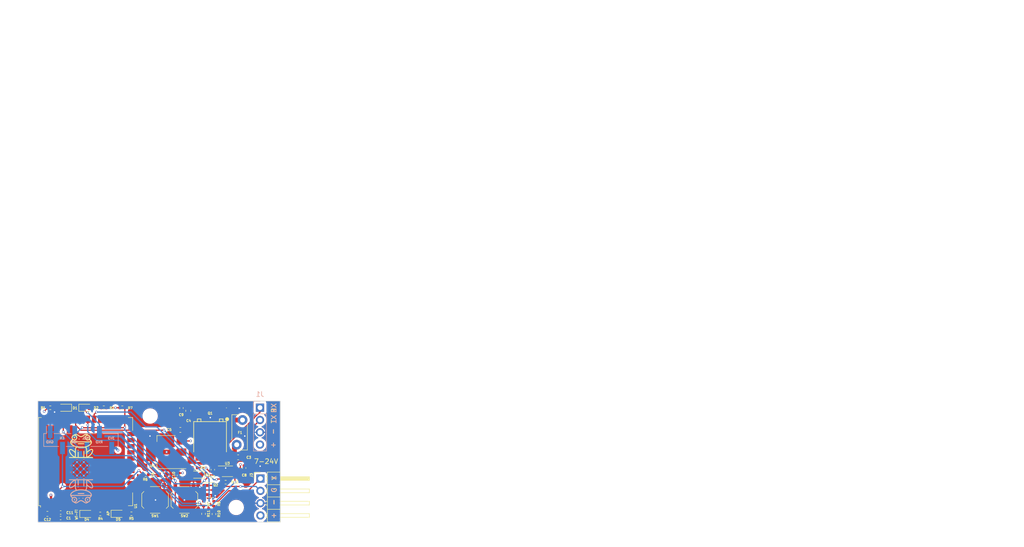
<source format=kicad_pcb>
(kicad_pcb (version 20221018) (generator pcbnew)
  (title_block (title "ESP32 IP Relay") (date "2023-09-25") (rev "1.0") (company "Heems") (comment 1 "Wolfshotts, ShirkyBooi"))
  (layers (0 "F.Cu" signal) (1 "In1.Cu" power) (2 "In2.Cu" power) (31 "B.Cu" signal) (34 "B.Paste" user) (35 "F.Paste" user) (36 "B.SilkS" user "B.Silkscreen") (37 "F.SilkS" user "F.Silkscreen") (38 "B.Mask" user) (39 "F.Mask" user) (44 "Edge.Cuts" user))
  (net 0 "")
  (net 1 "GND")
  (net 10 "Net-(Q1-IN)")
  (net 11 "DSC_YELLOW")
  (net 24 "DSC_GREEN")
  (net 25 "Net-(Q2-B)")
  (net 27 "DSC_CLOCK")
  (net 28 "RX_ESP")
  (net 29 "TX_ESP")
  (net 32 "RX_OUT")
  (net 33 "+3V3")
  (net 34 "DSC_READ")
  (net 35 "DSC_WRITE")
  (net 36 "TX_OUT")
  (net 37 "+BATT")
  (net 38 "Net-(D1-A)")
  (net 39 "Net-(D2-A)")
  (net 40 "Net-(D3-A)")
  (net 41 "Net-(D4-A)")
  (net 42 "Net-(D5-A)")
  (net 43 "WIFI_STATUS")
  (net 44 "AP_STATUS")
  (net 45 "+5V")
  (net 46 "EN")
  (net 47 "IO0")
  (footprint "Images:frog" (layer "F.Cu") (at 84.01 108.302)
    (fp_text reference "G***" hide)
    (fp_text value "LOGO" hide)
  )
  (footprint "Capacitor_SMD:C_0402_1005Metric" (layer "F.Cu") (at 104.203 114.398 -90)
    (fp_text reference "C10" (at -0.04 1.07 -90) (layer "F.SilkS") (effects (font (size 0.5 0.5))))
    (fp_text value "100nF")
    (pad "1" smd roundrect (at -0.48 0 270) (size 0.56 0.62) (layers "F.Cu" "F.Paste" "F.Mask") (net 33 "+3V3"))
    (pad "2" smd roundrect (at 0.48 0 270) (size 0.56 0.62) (layers "F.Cu" "F.Paste" "F.Mask") (net 1 "GND"))
  )
  (footprint "Resistor_SMD:R_0402_1005Metric" (layer "F.Cu") (at 111.43 120.25 -90)
    (fp_text reference "R8" (at 0.01 -1.04 90) (layer "F.SilkS") (effects (font (size 0.5 0.5))))
    (fp_text value "33K")
    (pad "1" smd roundrect (at -0.51 0 270) (size 0.54 0.64) (layers "F.Cu" "F.Paste" "F.Mask") (net 11 "DSC_YELLOW"))
    (pad "2" smd roundrect (at 0.51 0 270) (size 0.54 0.64) (layers "F.Cu" "F.Paste" "F.Mask") (net 27 "DSC_CLOCK"))
  )
  (footprint "Capacitor_SMD:C_0603_1608Metric" (layer "F.Cu") (at 104.5 105 180)
    (fp_text reference "C5" (at 2.3 0.04) (layer "F.SilkS") (effects (font (size 0.5 0.5))))
    (fp_text value "10uF")
    (pad "1" smd roundrect (at -0.775 0 180) (size 0.9 0.95) (layers "F.Cu" "F.Paste" "F.Mask") (net 45 "+5V"))
    (pad "2" smd roundrect (at 0.775 0 180) (size 0.9 0.95) (layers "F.Cu" "F.Paste" "F.Mask") (net 1 "GND"))
  )
  (footprint "Capacitor_SMD:C_0603_1608Metric" (layer "F.Cu") (at 106.13 101.06 -90)
    (fp_text reference "C4" (at 2.05 -0.08 -180) (layer "F.SilkS") (effects (font (size 0.5 0.5))))
    (fp_text value "10uF")
    (pad "1" smd roundrect (at -0.775 0 270) (size 0.9 0.95) (layers "F.Cu" "F.Paste" "F.Mask") (net 45 "+5V"))
    (pad "2" smd roundrect (at 0.775 0 270) (size 0.9 0.95) (layers "F.Cu" "F.Paste" "F.Mask") (net 1 "GND"))
  )
  (footprint "LED_SMD:LED_0603_1608Metric" (layer "F.Cu") (at 85.026 100.428)
    (fp_text reference "D2" (at 2.09 0.01) (layer "F.SilkS") (effects (font (size 0.5 0.5))))
    (fp_text value "LED")
    (pad "1" smd roundrect (at -0.7875 0) (size 0.875 0.95) (layers "F.Cu" "F.Paste" "F.Mask") (net 28 "RX_ESP"))
    (pad "2" smd roundrect (at 0.7875 0) (size 0.875 0.95) (layers "F.Cu" "F.Paste" "F.Mask") (net 39 "Net-(D2-A)"))
  )
  (footprint "RF_Module:ESP32-WROOM-32UE" (layer "F.Cu") (at 84.95 111.55 90)
    (fp_text reference "U1" (at -9.17 10.32 90 unlocked) (layer "F.SilkS") (effects (font (size 0.5 0.5) (thickness 0.125))))
    (fp_text value "ESP32-WROOM-32U")
    (pad "1" smd rect (at -8.75 -8.41 90) (size 1.5 0.9) (layers "F.Cu" "F.Paste" "F.Mask") (net 1 "GND"))
    (pad "2" smd rect (at -8.75 -7.14 90) (size 1.5 0.9) (layers "F.Cu" "F.Paste" "F.Mask") (net 33 "+3V3"))
    (pad "3" smd rect (at -8.75 -5.87 90) (size 1.5 0.9) (layers "F.Cu" "F.Paste" "F.Mask") (net 46 "EN"))
    (pad "4" smd rect (at -8.75 -4.6 90) (size 1.5 0.9) (layers "F.Cu" "F.Paste" "F.Mask"))
    (pad "5" smd rect (at -8.75 -3.33 90) (size 1.5 0.9) (layers "F.Cu" "F.Paste" "F.Mask"))
    (pad "6" smd rect (at -8.75 -2.06 90) (size 1.5 0.9) (layers "F.Cu" "F.Paste" "F.Mask"))
    (pad "7" smd rect (at -8.75 -0.79 90) (size 1.5 0.9) (layers "F.Cu" "F.Paste" "F.Mask"))
    (pad "8" smd rect (at -8.75 0.48 90) (size 1.5 0.9) (layers "F.Cu" "F.Paste" "F.Mask"))
    (pad "9" smd rect (at -8.75 1.75 90) (size 1.5 0.9) (layers "F.Cu" "F.Paste" "F.Mask"))
    (pad "10" smd rect (at -8.75 3.02 90) (size 1.5 0.9) (layers "F.Cu" "F.Paste" "F.Mask"))
    (pad "11" smd rect (at -8.75 4.29 90) (size 1.5 0.9) (layers "F.Cu" "F.Paste" "F.Mask") (net 43 "WIFI_STATUS"))
    (pad "12" smd rect (at -8.75 5.56 90) (size 1.5 0.9) (layers "F.Cu" "F.Paste" "F.Mask"))
    (pad "13" smd rect (at -8.75 6.83 90) (size 1.5 0.9) (layers "F.Cu" "F.Paste" "F.Mask"))
    (pad "14" smd rect (at -8.75 8.1 90) (size 1.5 0.9) (layers "F.Cu" "F.Paste" "F.Mask") (net 44 "AP_STATUS"))
    (pad "15" smd rect (at -5.715 9.35 180) (size 1.5 0.9) (layers "F.Cu" "F.Paste" "F.Mask") (net 1 "GND"))
    (pad "16" smd rect (at -4.445 9.35 180) (size 1.5 0.9) (layers "F.Cu" "F.Paste" "F.Mask"))
    (pad "17" smd rect (at -3.175 9.35 180) (size 1.5 0.9) (layers "F.Cu" "F.Paste" "F.Mask"))
    (pad "18" smd rect (at -1.905 9.35 180) (size 1.5 0.9) (layers "F.Cu" "F.Paste" "F.Mask"))
    (pad "19" smd rect (at -0.635 9.35 180) (size 1.5 0.9) (layers "F.Cu" "F.Paste" "F.Mask"))
    (pad "20" smd rect (at 0.635 9.35 180) (size 1.5 0.9) (layers "F.Cu" "F.Paste" "F.Mask"))
    (pad "21" smd rect (at 1.905 9.35 180) (size 1.5 0.9) (layers "F.Cu" "F.Paste" "F.Mask"))
    (pad "22" smd rect (at 3.175 9.35 180) (size 1.5 0.9) (layers "F.Cu" "F.Paste" "F.Mask"))
    (pad "23" smd rect (at 4.445 9.35 180) (size 1.5 0.9) (layers "F.Cu" "F.Paste" "F.Mask"))
    (pad "24" smd rect (at 5.715 9.35 180) (size 1.5 0.9) (layers "F.Cu" "F.Paste" "F.Mask"))
    (pad "25" smd rect (at 8.75 8.1 90) (size 1.5 0.9) (layers "F.Cu" "F.Paste" "F.Mask") (net 47 "IO0"))
    (pad "26" smd rect (at 8.75 6.83 90) (size 1.5 0.9) (layers "F.Cu" "F.Paste" "F.Mask"))
    (pad "27" smd rect (at 8.75 5.56 90) (size 1.5 0.9) (layers "F.Cu" "F.Paste" "F.Mask"))
    (pad "28" smd rect (at 8.75 4.29 90) (size 1.5 0.9) (layers "F.Cu" "F.Paste" "F.Mask"))
    (pad "29" smd rect (at 8.75 3.02 90) (size 1.5 0.9) (layers "F.Cu" "F.Paste" "F.Mask"))
    (pad "30" smd rect (at 8.75 1.75 90) (size 1.5 0.9) (layers "F.Cu" "F.Paste" "F.Mask") (net 27 "DSC_CLOCK"))
    (pad "31" smd rect (at 8.75 0.48 90) (size 1.5 0.9) (layers "F.Cu" "F.Paste" "F.Mask") (net 34 "DSC_READ"))
    (pad "32" smd rect (at 8.75 -0.79 90) (size 1.5 0.9) (layers "F.Cu" "F.Paste" "F.Mask"))
    (pad "33" smd rect (at 8.75 -2.06 90) (size 1.5 0.9) (layers "F.Cu" "F.Paste" "F.Mask") (net 35 "DSC_WRITE"))
    (pad "34" smd rect (at 8.75 -3.33 90) (size 1.5 0.9) (layers "F.Cu" "F.Paste" "F.Mask") (net 28 "RX_ESP"))
    (pad "35" smd rect (at 8.75 -4.6 90) (size 1.5 0.9) (layers "F.Cu" "F.Paste" "F.Mask") (net 29 "TX_ESP"))
    (pad "36" smd rect (at 8.75 -5.87 90) (size 1.5 0.9) (layers "F.Cu" "F.Paste" "F.Mask"))
    (pad "37" smd rect (at 8.75 -7.14 90) (size 1.5 0.9) (layers "F.Cu" "F.Paste" "F.Mask"))
    (pad "38" smd rect (at 8.75 -8.41 90) (size 1.5 0.9) (layers "F.Cu" "F.Paste" "F.Mask") (net 1 "GND"))
    (pad "39" smd rect (at -2.9 -2.47 90) (size 0.9 0.9) (layers "F.Cu" "F.Paste") (net 1 "GND"))
    (pad "39" thru_hole circle (at -2.9 -1.77 90) (size 0.6 0.6) (drill 0.2) (property pad_prop_heatsink) (layers "*.Cu" "F.Mask") (net 1 "GND"))
    (pad "39" smd rect (at -2.9 -1.07 90) (size 0.9 0.9) (layers "F.Cu" "F.Paste") (net 1 "GND"))
    (pad "39" thru_hole circle (at -2.9 -0.37 90) (size 0.6 0.6) (drill 0.2) (property pad_prop_heatsink) (layers "*.Cu" "F.Mask") (net 1 "GND"))
    (pad "39" smd rect (at -2.9 0.33 90) (size 0.9 0.9) (layers "F.Cu" "F.Paste") (net 1 "GND"))
    (pad "39" thru_hole circle (at -2.2 -2.47 90) (size 0.6 0.6) (drill 0.2) (property pad_prop_heatsink) (layers "*.Cu" "F.Mask") (net 1 "GND"))
    (pad "39" thru_hole circle (at -2.2 -1.07 90) (size 0.6 0.6) (drill 0.2) (property pad_prop_heatsink) (layers "*.Cu" "F.Mask") (net 1 "GND"))
    (pad "39" thru_hole circle (at -2.2 0.33 90) (size 0.6 0.6) (drill 0.2) (property pad_prop_heatsink) (layers "*.Cu" "F.Mask") (net 1 "GND"))
    (pad "39" smd rect (at -1.5 -2.47 90) (size 0.9 0.9) (layers "F.Cu" "F.Paste") (net 1 "GND"))
    (pad "39" thru_hole circle (at -1.5 -1.77 90) (size 0.6 0.6) (drill 0.2) (property pad_prop_heatsink) (layers "*.Cu" "F.Mask") (net 1 "GND"))
    (pad "39" smd rect (at -1.5 -1.07 90) (size 0.9 0.9) (layers "F.Cu" "F.Paste") (net 1 "GND"))
    (pad "39" smd rect (at -1.5 -1.07 90) (size 3.8 3.8) (layers "F.Cu" "F.Mask") (net 1 "GND"))
    (pad "39" thru_hole circle (at -1.5 -0.37 90) (size 0.6 0.6) (drill 0.2) (property pad_prop_heatsink) (layers "*.Cu" "F.Mask") (net 1 "GND"))
    (pad "39" smd rect (at -1.5 0.33 90) (size 0.9 0.9) (layers "F.Cu" "F.Paste") (net 1 "GND"))
    (pad "39" thru_hole circle (at -0.8 -2.47 90) (size 0.6 0.6) (drill 0.2) (property pad_prop_heatsink) (layers "*.Cu" "F.Mask") (net 1 "GND"))
    (pad "39" thru_hole circle (at -0.8 -1.07 90) (size 0.6 0.6) (drill 0.2) (property pad_prop_heatsink) (layers "*.Cu" "F.Mask") (net 1 "GND"))
    (pad "39" thru_hole circle (at -0.8 0.33 90) (size 0.6 0.6) (drill 0.2) (property pad_prop_heatsink) (layers "*.Cu" "F.Mask") (net 1 "GND"))
    (pad "39" smd rect (at -0.1 -2.47 90) (size 0.9 0.9) (layers "F.Cu" "F.Paste") (net 1 "GND"))
    (pad "39" thru_hole circle (at -0.1 -1.77 90) (size 0.6 0.6) (drill 0.2) (property pad_prop_heatsink) (layers "*.Cu" "F.Mask") (net 1 "GND"))
    (pad "39" smd rect (at -0.1 -1.07 90) (size 0.9 0.9) (layers "F.Cu" "F.Paste") (net 1 "GND"))
    (pad "39" thru_hole circle (at -0.1 -0.37 90) (size 0.6 0.6) (drill 0.2) (property pad_prop_heatsink) (layers "*.Cu" "F.Mask") (net 1 "GND"))
    (pad "39" smd rect (at -0.1 0.33 90) (size 0.9 0.9) (layers "F.Cu" "F.Paste") (net 1 "GND"))
  )
  (footprint "Resistor_SMD:R_0402_1005Metric" (layer "F.Cu") (at 107.465 112.82 180)
    (fp_text reference "R3" (at -1.66 0.02) (layer "F.SilkS") (effects (font (size 0.5 0.5))))
    (fp_text value "1K")
    (pad "1" smd roundrect (at -0.51 0 180) (size 0.54 0.64) (layers "F.Cu" "F.Paste" "F.Mask") (net 33 "+3V3"))
    (pad "2" smd roundrect (at 0.51 0 180) (size 0.54 0.64) (layers "F.Cu" "F.Paste" "F.Mask") (net 40 "Net-(D3-A)"))
  )
  (footprint "Capacitor_SMD:C_0402_1005Metric" (layer "F.Cu") (at 104.73 100.49 -90)
    (fp_text reference "C9" (at 1.4 0.05 -180) (layer "F.SilkS") (effects (font (size 0.5 0.5))))
    (fp_text value "100nF")
    (pad "1" smd roundrect (at -0.48 0 270) (size 0.56 0.62) (layers "F.Cu" "F.Paste" "F.Mask") (net 45 "+5V"))
    (pad "2" smd roundrect (at 0.48 0 270) (size 0.56 0.62) (layers "F.Cu" "F.Paste" "F.Mask") (net 1 "GND"))
  )
  (footprint "Capacitor_SMD:C_0402_1005Metric" (layer "F.Cu") (at 79.79 123.2)
    (fp_text reference "C1" (at 1.65 0.03) (layer "F.SilkS") (effects (font (size 0.5 0.5))))
    (fp_text value "100nF")
    (pad "1" smd roundrect (at -0.48 0) (size 0.56 0.62) (layers "F.Cu" "F.Paste" "F.Mask") (net 33 "+3V3"))
    (pad "2" smd roundrect (at 0.48 0) (size 0.56 0.62) (layers "F.Cu" "F.Paste" "F.Mask") (net 1 "GND"))
  )
  (footprint "Fuse:Fuse_Bourns_MF-RG300" (layer "F.Cu") (at 116.13 108.06 90)
    (fp_text reference "F1" (at 2.5 0.69 180) (layer "F.SilkS") (effects (font (size 0.5 0.5) (thickness 0.125))))
    (fp_text value "250V 80mA")
    (pad "1" thru_hole circle (at 0 0 90) (size 2.01 2.01) (drill 1.01) (layers "*.Cu" "*.Mask") (net 37 "+BATT"))
    (pad "2" thru_hole circle (at 5.1 1.2 90) (size 2.01 2.01) (drill 1.01) (layers "*.Cu" "*.Mask") (net 10 "Net-(Q1-IN)"))
  )
  (footprint "LED_SMD:LED_0603_1608Metric" (layer "F.Cu") (at 85.23 122.36)
    (fp_text reference "D4" (at -0.0325 1.15) (layer "F.SilkS") (effects (font (size 0.5 0.5))))
    (fp_text value "LED")
    (pad "1" smd roundrect (at -0.7875 0) (size 0.875 0.95) (layers "F.Cu" "F.Paste" "F.Mask") (net 1 "GND"))
    (pad "2" smd roundrect (at 0.7875 0) (size 0.875 0.95) (layers "F.Cu" "F.Paste" "F.Mask") (net 41 "Net-(D4-A)"))
  )
  (footprint "LED_SMD:LED_0603_1608Metric" (layer "F.Cu") (at 91.6925 122.33)
    (fp_text reference "D5" (at -0.01 1.16) (layer "F.SilkS") (effects (font (size 0.5 0.5))))
    (fp_text value "LED")
    (pad "1" smd roundrect (at -0.7875 0) (size 0.875 0.95) (layers "F.Cu" "F.Paste" "F.Mask") (net 1 "GND"))
    (pad "2" smd roundrect (at 0.7875 0) (size 0.875 0.95) (layers "F.Cu" "F.Paste" "F.Mask") (net 42 "Net-(D5-A)"))
  )
  (footprint "Capacitor_SMD:C_0402_1005Metric" (layer "F.Cu") (at 111.21 113.22 90)
    (fp_text reference "C7" (at -1.5 -0.04) (layer "F.SilkS") (effects (font (size 0.5 0.5))))
    (fp_text value "100nF")
    (pad "1" smd roundrect (at -0.48 0 90) (size 0.56 0.62) (layers "F.Cu" "F.Paste" "F.Mask") (net 33 "+3V3"))
    (pad "2" smd roundrect (at 0.48 0 90) (size 0.56 0.62) (layers "F.Cu" "F.Paste" "F.Mask") (net 1 "GND"))
  )
  (footprint "Resistor_SMD:R_0402_1005Metric" (layer "F.Cu") (at 94.4025 122.33 180)
    (fp_text reference "R5" (at 0 -0.98) (layer "F.SilkS") (effects (font (size 0.5 0.5))))
    (fp_text value "1K")
    (pad "1" smd roundrect (at -0.51 0 180) (size 0.54 0.64) (layers "F.Cu" "F.Paste" "F.Mask") (net 44 "AP_STATUS"))
    (pad "2" smd roundrect (at 0.51 0 180) (size 0.54 0.64) (layers "F.Cu" "F.Paste" "F.Mask") (net 42 "Net-(D5-A)"))
  )
  (footprint "Resistor_SMD:R_0402_1005Metric" (layer "F.Cu") (at 109.3 120.22 -90)
    (fp_text reference "R9" (at 0.07 -1.06 90) (layer "F.SilkS") (effects (font (size 0.5 0.5))))
    (fp_text value "33K")
    (pad "1" smd roundrect (at -0.51 0 270) (size 0.54 0.64) (layers "F.Cu" "F.Paste" "F.Mask") (net 24 "DSC_GREEN"))
    (pad "2" smd roundrect (at 0.51 0 270) (size 0.54 0.64) (layers "F.Cu" "F.Paste" "F.Mask") (net 34 "DSC_READ"))
  )
  (footprint "Resistor_SMD:R_0402_1005Metric" (layer "F.Cu") (at 77.66 100.428)
    (fp_text reference "R1" (at -1.49 0.02) (layer "F.SilkS") (effects (font (size 0.5 0.5))))
    (fp_text value "1K")
    (pad "1" smd roundrect (at -0.51 0) (size 0.54 0.64) (layers "F.Cu" "F.Paste" "F.Mask") (net 33 "+3V3"))
    (pad "2" smd roundrect (at 0.51 0) (size 0.54 0.64) (layers "F.Cu" "F.Paste" "F.Mask") (net 38 "Net-(D1-A)"))
  )
  (footprint "Resistor_SMD:R_0402_1005Metric" (layer "F.Cu") (at 92.519 100.428 180)
    (fp_text reference "R7" (at -1.65 -0.06) (layer "F.SilkS") (effects (font (size 0.5 0.5))))
    (fp_text value "10K")
    (pad "1" smd roundrect (at -0.51 0 180) (size 0.54 0.64) (layers "F.Cu" "F.Paste" "F.Mask") (net 47 "IO0"))
    (pad "2" smd roundrect (at 0.51 0 180) (size 0.54 0.64) (layers "F.Cu" "F.Paste" "F.Mask") (net 33 "+3V3"))
  )
  (footprint "MountingHole:MountingHole_2.7mm_M2.5" (layer "F.Cu") (at 98.27 102.13)
    (fp_text reference "H1" hide)
    (fp_text value "MountingHole")
    (pad "" np_thru_hole circle (at 0 0) (size 2.7 2.7) (drill 2.7) (layers "*.Cu" "*.Mask"))
  )
  (footprint "Package_SO:VSSOP-8_2.3x2mm_P0.5mm" (layer "F.Cu") (at 114.21 113.55)
    (fp_text reference "U3" (at -0.01 -1.64) (layer "F.SilkS") (effects (font (size 0.5 0.5))))
    (fp_text value "TXS0102DCU")
    (pad "1" smd rect (at -1.55 -0.75 270) (size 0.3 0.8) (layers "F.Cu" "F.Paste" "F.Mask") (net 32 "RX_OUT"))
    (pad "2" smd rect (at -1.55 -0.25 270) (size 0.3 0.8) (layers "F.Cu" "F.Paste" "F.Mask") (net 1 "GND"))
    (pad "3" smd rect (at -1.55 0.25 270) (size 0.3 0.8) (layers "F.Cu" "F.Paste" "F.Mask") (net 33 "+3V3"))
    (pad "4" smd rect (at -1.55 0.75 270) (size 0.3 0.8) (layers "F.Cu" "F.Paste" "F.Mask") (net 28 "RX_ESP"))
    (pad "5" smd rect (at 1.55 0.75 270) (size 0.3 0.8) (layers "F.Cu" "F.Paste" "F.Mask") (net 29 "TX_ESP"))
    (pad "6" smd rect (at 1.55 0.25 270) (size 0.3 0.8) (layers "F.Cu" "F.Paste" "F.Mask") (net 33 "+3V3"))
    (pad "7" smd rect (at 1.55 -0.25 270) (size 0.3 0.8) (layers "F.Cu" "F.Paste" "F.Mask") (net 45 "+5V"))
    (pad "8" smd rect (at 1.55 -0.75 270) (size 0.3 0.8) (layers "F.Cu" "F.Paste" "F.Mask") (net 36 "TX_OUT"))
  )
  (footprint "Button_Switch_SMD:SW_Push_1P1T_XKB_TS-1187A" (layer "F.Cu") (at 105.34 119.46 90)
    (fp_text reference "SW2" (at -3.29 0.015) (layer "F.SilkS") (effects (font (size 0.5 0.5))))
    (fp_text value "SW_Push")
    (pad "1" smd rect (at -3 -1.875 90) (size 1 0.75) (layers "F.Cu" "F.Paste" "F.Mask") (net 47 "IO0"))
    (pad "1" smd rect (at 3 -1.875 90) (size 1 0.75) (layers "F.Cu" "F.Paste" "F.Mask") (net 47 "IO0"))
    (pad "2" smd rect (at -3 1.875 90) (size 1 0.75) (layers "F.Cu" "F.Paste" "F.Mask") (net 1 "GND"))
    (pad "2" smd rect (at 3 1.875 90) (size 1 0.75) (layers "F.Cu" "F.Paste" "F.Mask") (net 1 "GND"))
  )
  (footprint "LED_SMD:LED_0603_1608Metric" (layer "F.Cu") (at 108.0175 114.24 180)
    (fp_text reference "D3" (at -2.14 -0.08 180) (layer "F.SilkS") (effects (font (size 0.5 0.5))))
    (fp_text value "LED")
    (pad "1" smd roundrect (at -0.7875 0 180) (size 0.875 0.95) (layers "F.Cu" "F.Paste" "F.Mask") (net 1 "GND"))
    (pad "2" smd roundrect (at 0.7875 0 180) (size 0.875 0.95) (layers "F.Cu" "F.Paste" "F.Mask") (net 40 "Net-(D3-A)"))
  )
  (footprint "Capacitor_SMD:C_0402_1005Metric" (layer "F.Cu") (at 79.8 122.06)
    (fp_text reference "C11" (at 1.9 0.05) (layer "F.SilkS") (effects (font (size 0.5 0.5))))
    (fp_text value "4.7uF")
    (pad "1" smd roundrect (at -0.48 0) (size 0.56 0.62) (layers "F.Cu" "F.Paste" "F.Mask") (net 33 "+3V3"))
    (pad "2" smd roundrect (at 0.48 0) (size 0.56 0.62) (layers "F.Cu" "F.Paste" "F.Mask") (net 1 "GND"))
  )
  (footprint "Resistor_SMD:R_0402_1005Metric" (layer "F.Cu") (at 87.97 122.36 180)
    (fp_text reference "R4" (at -0.0475 -1) (layer "F.SilkS") (effects (font (size 0.5 0.5))))
    (fp_text value "1K")
    (pad "1" smd roundrect (at -0.51 0 180) (size 0.54 0.64) (layers "F.Cu" "F.Paste" "F.Mask") (net 43 "WIFI_STATUS"))
    (pad "2" smd roundrect (at 0.51 0 180) (size 0.54 0.64) (layers "F.Cu" "F.Paste" "F.Mask") (net 41 "Net-(D4-A)"))
  )
  (footprint "Resistor_SMD:R_0402_1005Metric" (layer "F.Cu") (at 111.44 122.38 90)
    (fp_text reference "R10" (at 0.06 1.03 90) (layer "F.SilkS") (effects (font (size 0.5 0.5))))
    (fp_text value "10K")
    (pad "1" smd roundrect (at -0.51 0 90) (size 0.54 0.64) (layers "F.Cu" "F.Paste" "F.Mask") (net 1 "GND"))
    (pad "2" smd roundrect (at 0.51 0 90) (size 0.54 0.64) (layers "F.Cu" "F.Paste" "F.Mask") (net 27 "DSC_CLOCK"))
  )
  (footprint "Capacitor_SMD:C_0603_1608Metric" (layer "F.Cu") (at 77.065 122.34 180)
    (fp_text reference "C12" (at -0.005 -1.18) (layer "F.SilkS") (effects (font (size 0.5 0.5))))
    (fp_text value "10uF")
    (pad "1" smd roundrect (at -0.775 0 180) (size 0.9 0.95) (layers "F.Cu" "F.Paste" "F.Mask") (net 33 "+3V3"))
    (pad "2" smd roundrect (at 0.775 0 180) (size 0.9 0.95) (layers "F.Cu" "F.Paste" "F.Mask") (net 1 "GND"))
  )
  (footprint "Package_TO_SOT_SMD:SOT-23" (layer "F.Cu") (at 110.7475 117.42)
    (fp_text reference "Q2" (at 1.0525 -1.02) (layer "F.SilkS") (effects (font (size 0.5 0.5))))
    (fp_text value "MMBT5551L")
    (pad "1" smd roundrect (at -0.9375 -0.95) (size 1.475 0.6) (layers "F.Cu" "F.Paste" "F.Mask") (net 25 "Net-(Q2-B)"))
    (pad "2" smd roundrect (at -0.9375 0.95) (size 1.475 0.6) (layers "F.Cu" "F.Paste" "F.Mask") (net 1 "GND"))
    (pad "3" smd roundrect (at 0.9375 0) (size 1.475 0.6) (layers "F.Cu" "F.Paste" "F.Mask") (net 24 "DSC_GREEN"))
  )
  (footprint "Capacitor_SMD:C_0603_1608Metric" (layer "F.Cu") (at 100.8 114.27)
    (fp_text reference "C6" (at -1.97 0.02 -90) (layer "F.SilkS") (effects (font (size 0.5 0.5))))
    (fp_text value "10uF")
    (pad "1" smd roundrect (at -0.775 0) (size 0.9 0.95) (layers "F.Cu" "F.Paste" "F.Mask") (net 33 "+3V3"))
    (pad "2" smd roundrect (at 0.775 0) (size 0.9 0.95) (layers "F.Cu" "F.Paste" "F.Mask") (net 1 "GND"))
  )
  (footprint "Resistor_SMD:R_0402_1005Metric" (layer "F.Cu") (at 113.855 115.795)
    (fp_text reference "R12" (at 1.87 0) (layer "F.SilkS") (effects (font (size 0.5 0.5))))
    (fp_text value "1K")
    (pad "1" smd roundrect (at -0.51 0) (size 0.54 0.64) (layers "F.Cu" "F.Paste" "F.Mask") (net 25 "Net-(Q2-B)"))
    (pad "2" smd roundrect (at 0.51 0) (size 0.54 0.64) (layers "F.Cu" "F.Paste" "F.Mask") (net 35 "DSC_WRITE"))
  )
  (footprint "Capacitor_SMD:C_0402_1005Metric" (layer "F.Cu") (at 117.665 112.874 90)
    (fp_text reference "C8" (at -1.49 0.02 180) (layer "F.SilkS") (effects (font (size 0.5 0.5))))
    (fp_text value "100nF")
    (pad "1" smd roundrect (at -0.48 0 90) (size 0.56 0.62) (layers "F.Cu" "F.Paste" "F.Mask") (net 45 "+5V"))
    (pad "2" smd roundrect (at 0.48 0 90) (size 0.56 0.62) (layers "F.Cu" "F.Paste" "F.Mask") (net 1 "GND"))
  )
  (footprint "Resistor_SMD:R_0402_1005Metric" (layer "F.Cu") (at 109.29 122.34 90)
    (fp_text reference "R11" (at 0.05 1.04 90) (layer "F.SilkS") (effects (font (size 0.5 0.5))))
    (fp_text value "10K")
    (pad "1" smd roundrect (at -0.51 0 90) (size 0.54 0.64) (layers "F.Cu" "F.Paste" "F.Mask") (net 1 "GND"))
    (pad "2" smd roundrect (at 0.51 0 90) (size 0.54 0.64) (layers "F.Cu" "F.Paste" "F.Mask") (net 34 "DSC_READ"))
  )
  (footprint "Resistor_SMD:R_0402_1005Metric" (layer "F.Cu") (at 88.709 100.428 180)
    (fp_text reference "R2" (at -1.68 -0.06) (layer "F.SilkS") (effects (font (size 0.5 0.5))))
    (fp_text value "1K")
    (pad "1" smd roundrect (at -0.51 0 180) (size 0.54 0.64) (layers "F.Cu" "F.Paste" "F.Mask") (net 33 "+3V3"))
    (pad "2" smd roundrect (at 0.51 0 180) (size 0.54 0.64) (layers "F.Cu" "F.Paste" "F.Mask") (net 39 "Net-(D2-A)"))
  )
  (footprint "Button_Switch_SMD:SW_Push_1P1T_XKB_TS-1187A" (layer "F.Cu") (at 99.29 119.46 90)
    (fp_text reference "SW1" (at -3.29 0.005) (layer "F.SilkS") (effects (font (size 0.5 0.5))))
    (fp_text value "SW_Push")
    (pad "1" smd rect (at -3 -1.875 90) (size 1 0.75) (layers "F.Cu" "F.Paste" "F.Mask") (net 46 "EN"))
    (pad "1" smd rect (at 3 -1.875 90) (size 1 0.75) (layers "F.Cu" "F.Paste" "F.Mask") (net 46 "EN"))
    (pad "2" smd rect (at -3 1.875 90) (size 1 0.75) (layers "F.Cu" "F.Paste" "F.Mask") (net 1 "GND"))
    (pad "2" smd rect (at 3 1.875 90) (size 1 0.75) (layers "F.Cu" "F.Paste" "F.Mask") (net 1 "GND"))
  )
  (footprint "LED_SMD:LED_0603_1608Metric" (layer "F.Cu") (at 80.581 100.428 180)
    (fp_text reference "D1" (at -2.19 -0.06) (layer "F.SilkS") (effects (font (size 0.5 0.5))))
    (fp_text value "LED")
    (pad "1" smd roundrect (at -0.7875 0 180) (size 0.875 0.95) (layers "F.Cu" "F.Paste" "F.Mask") (net 29 "TX_ESP"))
    (pad "2" smd roundrect (at 0.7875 0 180) (size 0.875 0.95) (layers "F.Cu" "F.Paste" "F.Mask") (net 38 "Net-(D1-A)"))
  )
  (footprint "Capacitor_SMD:C_0603_1608Metric" (layer "F.Cu") (at 116.43 110.66)
    (fp_text reference "C3" (at 2.2 0.03) (layer "F.SilkS") (effects (font (size 0.5 0.5))))
    (fp_text value "10uF")
    (pad "1" smd roundrect (at -0.775 0) (size 0.9 0.95) (layers "F.Cu" "F.Paste" "F.Mask") (net 37 "+BATT"))
    (pad "2" smd roundrect (at 0.775 0) (size 0.9 0.95) (layers "F.Cu" "F.Paste" "F.Mask") (net 1 "GND"))
  )
  (footprint "JLC:TO-252-2_L6.5-W6.1-P4.58-LS10.0-TL" (layer "F.Cu") (at 110.65 104.64 -90)
    (fp_text reference "Q1" (at -3.074994 -0.006216) (layer "F.SilkS") (effects (font (size 0.5 0.5) (thickness 0.125))))
    (fp_text value "L78M05ABDT-TR")
    (pad "1" smd rect (at -3.475108 -2.289942 270) (size 2.8 1.350013) (layers "F.Cu" "F.Paste" "F.Mask") (net 10 "Net-(Q1-IN)"))
    (pad "3" smd rect (at -3.475108 2.289942 270) (size 2.8 1.5) (layers "F.Cu" "F.Paste" "F.Mask") (net 45 "+5V"))
    (pad "4" smd rect (at 3.475108 0.017145 270) (size 6.500025 6) (layers "F.Cu" "F.Paste" "F.Mask") (net 1 "GND"))
  )
  (footprint "Connector_PinHeader_2.54mm:PinHeader_1x04_P2.54mm_Horizontal" (layer "F.Cu") (at 121.025 115.05)
    (fp_text reference "J3" (at -1.875 -0.7 90) (layer "F.SilkS") (effects (font (size 0.5 0.5))))
    (fp_text value "Comms and power")
    (pad "1" thru_hole rect (at 0 0) (size 1.7 1.7) (drill 1) (layers "*.Cu" "*.Mask") (net 11 "DSC_YELLOW"))
    (pad "2" thru_hole oval (at 0 2.54) (size 1.7 1.7) (drill 1) (layers "*.Cu" "*.Mask") (net 24 "DSC_GREEN"))
    (pad "3" thru_hole oval (at 0 5.08) (size 1.7 1.7) (drill 1) (layers "*.Cu" "*.Mask") (net 1 "GND"))
    (pad "4" thru_hole oval (at 0 7.62) (size 1.7 1.7) (drill 1) (layers "*.Cu" "*.Mask") (net 37 "+BATT"))
  )
  (footprint "MountingHole:MountingHole_2.7mm_M2.5" (layer "F.Cu") (at 116.03 121.02)
    (fp_text reference "H2" hide)
    (fp_text value "MountingHole")
    (pad "" np_thru_hole circle (at 0 0) (size 2.7 2.7) (drill 2.7) (layers "*.Cu" "*.Mask"))
  )
  (footprint "Package_TO_SOT_SMD:SOT-223-3_TabPin2" (layer "F.Cu") (at 101.58 109.58 180)
    (fp_text reference "U4" (at 2.87 -2.86 180) (layer "F.SilkS") (effects (font (size 0.5 0.5))))
    (fp_text value "AMS1117-3.3")
    (pad "1" smd rect (at -3.15 -2.3 180) (size 2 1.5) (layers "F.Cu" "F.Paste" "F.Mask") (net 1 "GND"))
    (pad "2" smd rect (at -3.15 0 180) (size 2 1.5) (layers "F.Cu" "F.Paste" "F.Mask") (net 33 "+3V3"))
    (pad "2" smd rect (at 3.15 0 180) (size 2 3.8) (layers "F.Cu" "F.Paste" "F.Mask") (net 33 "+3V3"))
    (pad "3" smd rect (at -3.15 2.3 180) (size 2 1.5) (layers "F.Cu" "F.Paste" "F.Mask") (net 45 "+5V"))
  )
  (footprint "Resistor_SMD:R_0402_1005Metric" (layer "F.Cu") (at 97.35 114.27)
    (fp_text reference "R6" (at -0.08 0.97) (layer "F.SilkS") (effects (font (size 0.5 0.5))))
    (fp_text value "10K")
    (pad "1" smd roundrect (at -0.51 0) (size 0.54 0.64) (layers "F.Cu" "F.Paste" "F.Mask") (net 46 "EN"))
    (pad "2" smd roundrect (at 0.51 0) (size 0.54 0.64) (layers "F.Cu" "F.Paste" "F.Mask") (net 33 "+3V3"))
  )
  (footprint "Connector_PinSocket_2.54mm:PinSocket_1x04_P2.54mm_Vertical" (layer "B.Cu") (at 120.935 100.41 180)
    (fp_text reference "J1" (at 0 2.77) (layer "B.SilkS") (effects (justify mirror)))
    (fp_text value "Serial and power")
    (pad "1" thru_hole rect (at 0 0 180) (size 1.7 1.7) (drill 1) (layers "*.Cu" "*.Mask") (net 32 "RX_OUT"))
    (pad "2" thru_hole oval (at 0 -2.54 180) (size 1.7 1.7) (drill 1) (layers "*.Cu" "*.Mask") (net 36 "TX_OUT"))
    (pad "3" thru_hole oval (at 0 -5.08 180) (size 1.7 1.7) (drill 1) (layers "*.Cu" "*.Mask") (net 1 "GND"))
    (pad "4" thru_hole oval (at 0 -7.62 180) (size 1.7 1.7) (drill 1) (layers "*.Cu" "*.Mask") (net 37 "+BATT"))
  )
  (footprint "Images:frog" (layer "B.Cu") (at 84.01 117.7)
    (fp_text reference "G***" hide)
    (fp_text value "LOGO" hide)
  )
  (footprint "Connector_PinHeader_2.54mm:PinHeader_1x06_P2.54mm_Vertical_SMD_Pin1Left" (layer "B.Cu") (at 83.99 107.085 -90)
    (fp_text reference "J2" hide)
    (fp_text value "Programming Pads")
    (pad "1" smd rect (at -1.655 6.35 270) (size 2.51 1) (layers "B.Cu" "B.Paste" "B.Mask") (net 1 "GND"))
    (pad "2" smd rect (at 1.655 3.81 270) (size 2.51 1) (layers "B.Cu" "B.Paste" "B.Mask") (net 46 "EN"))
    (pad "3" smd rect (at -1.655 1.27 270) (size 2.51 1) (layers "B.Cu" "B.Paste" "B.Mask") (net 47 "IO0"))
    (pad "4" smd rect (at 1.655 -1.27 270) (size 2.51 1) (layers "B.Cu" "B.Paste" "B.Mask") (net 29 "TX_ESP"))
    (pad "5" smd rect (at -1.655 -3.81 270) (size 2.51 1) (layers "B.Cu" "B.Paste" "B.Mask") (net 28 "RX_ESP"))
    (pad "6" smd rect (at 1.655 -6.35 270) (size 2.51 1) (layers "B.Cu" "B.Paste" "B.Mask") (net 33 "+3V3"))
  )
  (gr_rect (start 75.12 99.05) (end 125.12 124.05) (stroke (width 0.1)) (fill none) (layer "Edge.Cuts"))
  (gr_text "-" (at 123.26 120.63 -90) (layer "B.SilkS") (effects (font (size 1 1)) (justify left bottom mirror)))
  (gr_text "GND" (at 78.4 107.8) (layer "B.SilkS") (effects (font (size 0.5 0.5) (thickness 0.125)) (justify left bottom mirror)))
  (gr_text "Y" (at 123.14 115.45 -90) (layer "B.SilkS") (effects (font (size 1 1)) (justify left bottom mirror)))
  (gr_text "-" (at 123.17 106.05 -90) (layer "B.SilkS") (effects (font (size 1 1)) (justify left bottom mirror)))
  (gr_text "TX" (at 123.126 103.73 -90) (layer "B.SilkS") (effects (font (size 1 1)) (justify left bottom mirror)))
  (gr_text "RX\n" (at 123.126 101.571 -90) (layer "B.SilkS") (effects (font (size 1 1)) (justify left bottom mirror)))
  (gr_text "+" (at 123.19 108.83 -90) (layer "B.SilkS") (effects (font (size 1 1)) (justify left bottom mirror)))
  (gr_text "IO0" (at 83.32 107.8) (layer "B.SilkS") (effects (font (size 0.5 0.5) (thickness 0.125)) (justify left bottom mirror)))
  (gr_text "3V3" (at 91.01 107) (layer "B.SilkS") (effects (font (size 0.5 0.5) (thickness 0.125)) (justify left bottom mirror)))
  (gr_text "+" (at 123.28 123.41 -90) (layer "B.SilkS") (effects (font (size 1 1)) (justify left bottom mirror)))
  (gr_text "TXD" (at 85.88 107.02) (layer "B.SilkS") (effects (font (size 0.5 0.5) (thickness 0.125)) (justify left bottom mirror)))
  (gr_text "G" (at 123.19 118.03 -90) (layer "B.SilkS") (effects (font (size 1 1)) (justify left bottom mirror)))
  (gr_text "RXD" (at 88.58 107.8) (layer "B.SilkS") (effects (font (size 0.5 0.5) (thickness 0.125)) (justify left bottom mirror)))
  (gr_text "EN\n" (at 80.66 107) (layer "B.SilkS") (effects (font (size 0.5 0.5) (thickness 0.125)) (justify left bottom mirror)))
  (gr_text "G" (at 124.44 118.05 90) (layer "F.SilkS") (effects (font (size 1 1)) (justify left bottom)))
  (gr_text "TX" (at 124.396 103.73 90) (layer "F.SilkS") (effects (font (size 1 1)) (justify left bottom)))
  (gr_text "-" (at 124.37 120.65 90) (layer "F.SilkS") (effects (font (size 1 1)) (justify left bottom)))
  (gr_text "Y" (at 124.49 115.47 90) (layer "F.SilkS") (effects (font (size 1 1)) (justify left bottom)))
  (gr_text "AP" (at 89.92 122.78 90) (layer "F.SilkS") (effects (font (size 0.5 0.5) (thickness 0.125)) (justify left bottom)))
  (gr_text "+" (at 124.22 108.82 90) (layer "F.SilkS") (effects (font (size 1 1)) (justify left bottom)))
  (gr_text "RX\n" (at 124.396 101.571 90) (layer "F.SilkS") (effects (font (size 1 1)) (justify left bottom)))
  (gr_text "Wi-Fi" (at 83.36 123.64 90) (layer "F.SilkS") (effects (font (size 0.5 0.5) (thickness 0.125)) (justify left bottom)))
  (gr_text "7-24V" (at 119.62 112.09) (layer "F.SilkS") (effects (font (size 1 1)) (justify left bottom)))
  (gr_text "-" (at 124.24 106.04 90) (layer "F.SilkS") (effects (font (size 1 1)) (justify left bottom)))
  (gr_text "+" (at 124.35 123.43 90) (layer "F.SilkS") (effects (font (size 1 1)) (justify left bottom)))
  (segment (start 76.54 120.3) (end 76.54 122.09) (width 0.4) (layer "F.Cu") (net 1))
  (segment (start 113.429 113.3) (end 112.66 113.3) (width 0.25) (layer "F.Cu") (net 1))
  (segment (start 113.855 112.874) (end 113.429 113.3) (width 0.25) (layer "F.Cu") (net 1))
  (segment (start 76.54 122.09) (end 76.29 122.34) (width 0.4) (layer "F.Cu") (net 1))
  (via (at 117.792 106.27) (size 0.5) (drill 0.3) (layers "F.Cu" "B.Cu") (net 1))
  (via (at 99.377 119.478) (size 0.5) (drill 0.3) (layers "F.Cu" "B.Cu") (net 1))
  (via (at 113.855 112.874) (size 0.5) (drill 0.3) (layers "F.Cu" "B.Cu") (net 1))
  (via (at 111.696 118.589) (size 0.5) (drill 0.3) (layers "F.Cu" "B.Cu") (net 1))
  (via (at 105.346 119.478) (size 0.5) (drill 0.3) (layers "F.Cu" "B.Cu") (net 1))
  (via (at 78.549 101.317) (size 0.5) (drill 0.3) (layers "F.Cu" "B.Cu") (net 1))
  (via (at 110.68 102.46) (size 0.5) (drill 0.3) (layers "F.Cu" "B.Cu") (net 1))
  (via (at 108.521 116.811) (size 0.5) (drill 0.3) (layers "F.Cu" "B.Cu") (net 1))
  (via (at 116.649 100.555) (size 0.5) (drill 0.3) (layers "F.Cu" "B.Cu") (net 1))
  (via (at 98.234 106.27) (size 0.5) (drill 0.3) (layers "F.Cu" "B.Cu") (net 1))
  (via (at 120.967 112.493) (size 0.5) (drill 0.3) (layers "F.Cu" "B.Cu") (net 1))
  (segment (start 117.33 102.96) (end 114.73505 102.96) (width 1) (layer "F.Cu") (net 10))
  (segment (start 114.73505 102.96) (end 112.939942 101.164892) (width 1) (layer "F.Cu") (net 10))
  (segment (start 111.43 119.74) (end 112.323 119.74) (width 0.25) (layer "F.Cu") (net 11))
  (segment (start 118.502 117.573) (end 121.025 115.05) (width 0.25) (layer "F.Cu") (net 11))
  (segment (start 112.323 119.74) (end 114.49 117.573) (width 0.25) (layer "F.Cu") (net 11))
  (segment (start 114.49 117.573) (end 118.502 117.573) (width 0.25) (layer "F.Cu") (net 11))
  (segment (start 113.092396 116.684) (end 116.903 116.684) (width 0.25) (layer "F.Cu") (net 24))
  (segment (start 108.648 118.081) (end 109.309 117.42) (width 0.25) (layer "F.Cu") (net 24))
  (segment (start 108.648 119.058) (end 108.648 118.081) (width 0.25) (layer "F.Cu") (net 24))
  (segment (start 111.685 117.42) (end 112.356396 117.42) (width 0.25) (layer "F.Cu") (net 24))
  (segment (start 109.3 119.71) (end 108.648 119.058) (width 0.25) (layer "F.Cu") (net 24))
  (segment (start 112.356396 117.42) (end 113.092396 116.684) (width 0.25) (layer "F.Cu") (net 24))
  (segment (start 109.309 117.42) (end 111.685 117.42) (width 0.25) (layer "F.Cu") (net 24))
  (segment (start 111.685 117.42) (end 111.696 117.431) (width 0.25) (layer "F.Cu") (net 24))
  (via (at 116.903 116.684) (size 0.5) (drill 0.3) (layers "F.Cu" "B.Cu") (net 24))
  (segment (start 120.119 116.684) (end 121.025 117.59) (width 0.25) (layer "B.Cu") (net 24))
  (segment (start 116.903 116.684) (end 120.119 116.684) (width 0.25) (layer "B.Cu") (net 24))
  (segment (start 112.67 116.47) (end 113.345 115.795) (width 0.25) (layer "F.Cu") (net 25))
  (segment (start 109.81 116.47) (end 112.67 116.47) (width 0.25) (layer "F.Cu") (net 25))
  (segment (start 111.44 121.87) (end 111.44 120.77) (width 0.25) (layer "F.Cu") (net 27))
  (segment (start 86.7 101.802) (end 86.7 102.8) (width 0.25) (layer "F.Cu") (net 27))
  (segment (start 111.200001 120.76) (end 111.43 120.76) (width 0.25) (layer "F.Cu") (net 27))
  (segment (start 87.185 101.317) (end 86.7 101.802) (width 0.25) (layer "F.Cu") (net 27))
  (segment (start 110.420859 119.980858) (end 111.200001 120.76) (width 0.25) (layer "F.Cu") (net 27))
  (segment (start 111.44 120.77) (end 111.43 120.76) (width 0.25) (layer "F.Cu") (net 27))
  (via (at 110.420859 119.980858) (size 0.5) (drill 0.3) (layers "F.Cu" "B.Cu") (net 27))
  (via (at 87.185 101.317) (size 0.5) (drill 0.3) (layers "F.Cu" "B.Cu") (net 27))
  (segment (start 99.631 104.365) (end 97.345 104.365) (width 0.25) (layer "B.Cu") (net 27))
  (segment (start 97.345 104.365) (end 94.297 101.317) (width 0.25) (layer "B.Cu") (net 27))
  (segment (start 94.297 101.317) (end 87.185 101.317) (width 0.25) (layer "B.Cu") (net 27))
  (segment (start 110.426 119.975717) (end 110.426 115.16) (width 0.25) (layer "B.Cu") (net 27))
  (segment (start 110.420859 119.980858) (end 110.426 119.975717) (width 0.25) (layer "B.Cu") (net 27))
  (segment (start 110.426 115.16) (end 99.631 104.365) (width 0.25) (layer "B.Cu") (net 27))
  (segment (start 82.992 100.428) (end 81.62 101.8) (width 0.25) (layer "F.Cu") (net 28))
  (segment (start 112.655 114.305) (end 112.66 114.3) (width 0.25) (layer "F.Cu") (net 28))
  (segment (start 85.2545 101.444) (end 84.2385 100.428) (width 0.25) (layer "F.Cu") (net 28))
  (segment (start 84.2385 100.428) (end 82.992 100.428) (width 0.25) (layer "F.Cu") (net 28))
  (segment (start 81.62 101.8) (end 81.62 102.8) (width 0.25) (layer "F.Cu") (net 28))
  (segment (start 85.407 101.444) (end 85.2545 101.444) (width 0.25) (layer "F.Cu") (net 28))
  (segment (start 110.646 114.305) (end 112.655 114.305) (width 0.25) (layer "F.Cu") (net 28))
  (segment (start 109.537 115.414) (end 110.646 114.305) (width 0.25) (layer "F.Cu") (net 28))
  (via (at 85.407 101.444) (size 0.5) (drill 0.3) (layers "F.Cu" "B.Cu") (net 28))
  (via (at 109.537 115.414) (size 0.5) (drill 0.3) (layers "F.Cu" "B.Cu") (net 28))
  (segment (start 87.8 105.43) (end 87.8 103.837) (width 0.25) (layer "B.Cu") (net 28))
  (segment (start 109.537 115.414) (end 108.834219 116.116781) (width 0.25) (layer "B.Cu") (net 28))
  (segment (start 103.263839 116.116781) (end 92.577058 105.43) (width 0.25) (layer "B.Cu") (net 28))
  (segment (start 108.834219 116.116781) (end 103.263839 116.116781) (width 0.25) (layer "B.Cu") (net 28))
  (segment (start 92.577058 105.43) (end 87.8 105.43) (width 0.25) (layer "B.Cu") (net 28))
  (segment (start 87.8 103.837) (end 85.407 101.444) (width 0.25) (layer "B.Cu") (net 28))
  (segment (start 80.35 101.4465) (end 80.35 102.8) (width 0.25) (layer "F.Cu") (net 29))
  (segment (start 80.327 105.381) (end 80.35 105.358) (width 0.25) (layer "F.Cu") (net 29))
  (segment (start 80.35 105.358) (end 80.35 102.8) (width 0.25) (layer "F.Cu") (net 29))
  (segment (start 81.3685 100.428) (end 80.35 101.4465) (width 0.25) (layer "F.Cu") (net 29))
  (segment (start 115.76 115.795) (end 115.76 114.3) (width 0.25) (layer "F.Cu") (net 29))
  (via (at 80.327 105.381) (size 0.5) (drill 0.3) (layers "F.Cu" "B.Cu") (net 29))
  (via (at 115.76 115.795) (size 0.5) (drill 0.3) (layers "F.Cu" "B.Cu") (net 29))
  (segment (start 94.41 110.32) (end 104.711 120.621) (width 0.25) (layer "B.Cu") (net 29))
  (segment (start 110.934 120.621) (end 115.76 115.795) (width 0.25) (layer "B.Cu") (net 29))
  (segment (start 86.84 110.32) (end 94.41 110.32) (width 0.25) (layer "B.Cu") (net 29))
  (segment (start 85.26 108.74) (end 83.625 108.74) (width 0.25) (layer "B.Cu") (net 29))
  (segment (start 80.327 105.442) (end 80.327 105.381) (width 0.25) (layer "B.Cu") (net 29))
  (segment (start 104.711 120.621) (end 110.934 120.621) (width 0.25) (layer "B.Cu") (net 29))
  (segment (start 85.26 108.74) (end 86.84 110.32) (width 0.25) (layer "B.Cu") (net 29))
  (segment (start 83.625 108.74) (end 80.327 105.442) (width 0.25) (layer "B.Cu") (net 29))
  (segment (start 119.76 102.524) (end 119.76 102.463299) (width 0.25) (layer "F.Cu") (net 32))
  (segment (start 120.509 101.775) (end 120.935 101.349) (width 0.25) (layer "F.Cu") (net 32))
  (segment (start 113.957855 108.326145) (end 119.76 102.524) (width 0.25) (layer "F.Cu") (net 32))
  (segment (start 113.957855 111.502145) (end 113.957855 108.326145) (width 0.25) (layer "F.Cu") (net 32))
  (segment (start 120.448299 101.775) (end 120.509 101.775) (width 0.25) (layer "F.Cu") (net 32))
  (segment (start 112.66 112.8) (end 113.957855 111.502145) (width 0.25) (layer "F.Cu") (net 32))
  (segment (start 119.76 102.463299) (end 120.448299 101.775) (width 0.25) (layer "F.Cu") (net 32))
  (segment (start 120.935 101.349) (end 120.935 100.41) (width 0.25) (layer "F.Cu") (net 32))
  (segment (start 79.31 123.2) (end 78.7 123.2) (width 0.4) (layer "F.Cu") (net 33))
  (segment (start 104.203 113.918) (end 104.937 113.918) (width 0.25) (layer "F.Cu") (net 33))
  (segment (start 107.975 112.82) (end 109.737 112.82) (width 0.25) (layer "F.Cu") (net 33))
  (segment (start 111.21 113.7) (end 111.21 113.741) (width 0.25) (layer "F.Cu") (net 33))
  (segment (start 101.655 109.58) (end 101.663 109.572) (width 1) (layer "F.Cu") (net 33))
  (segment (start 100.025 114.27) (end 98.43 112.675) (width 0.5) (layer "F.Cu") (net 33))
  (segment (start 111.21 113.7) (end 111.31 113.8) (width 0.25) (layer "F.Cu") (net 33))
  (segment (start 97.86 114.27) (end 100.025 114.27) (width 0.25) (layer "F.Cu") (net 33))
  (segment (start 78.12 122.06) (end 77.84 122.34) (width 0.4) (layer "F.Cu") (net 33))
  (segment (start 110.617 113.7) (end 109.791 112.874) (width 0.25) (layer "F.Cu") (net 33))
  (segment (start 111.31 113.8) (end 112.66 113.8) (width 0.25) (layer "F.Cu") (net 33))
  (segment (start 77.81 120.3) (end 77.81 118.485) (width 0.5) (layer "F.Cu") (net 33))
  (segment (start 104.937 113.918) (end 104.965 113.89) (width 0.25) (layer "F.Cu") (net 33))
  (segment (start 98.43 112.675) (end 98.43 109.58) (width 0.5) (layer "F.Cu") (net 33))
  (segment (start 91.122 100.428) (end 89.219 100.428) (width 0.25) (layer "F.Cu") (net 33))
  (segment (start 101.663 109.572) (end 101.671 109.58) (width 1) (layer "F.Cu") (net 33))
  (segment (start 101.671 109.58) (end 104.73 109.58) (width 1) (layer "F.Cu") (net 33))
  (segment (start 76.39 101.19) (end 76.39 101.188) (width 0.25) (layer "F.Cu") (net 33))
  (segment (start 112.66 113.8) (end 115.76 113.8) (width 0.25) (layer "F.Cu") (net 33))
  (segment (start 77.81 122.31) (end 77.84 122.34) (width 0.4) (layer "F.Cu") (net 33))
  (segment (start 92.009 100.428) (end 91.122 100.428) (width 0.25) (layer "F.Cu") (net 33))
  (segment (start 77.81 120.3) (end 77.81 122.31) (width 0.4) (layer "F.Cu") (net 33))
  (segment (start 111.21 113.7) (end 110.617 113.7) (width 0.25) (layer "F.Cu") (net 33))
  (segment (start 78.7 123.2) (end 77.84 122.34) (width 0.4) (layer "F.Cu") (net 33))
  (segment (start 98.43 109.58) (end 101.655 109.58) (width 1) (layer "F.Cu") (net 33))
  (segment (start 77.81 118.485) (end 77.787 118.462) (width 0.5) (layer "F.Cu") (net 33))
  (segment (start 109.737 112.82) (end 109.791 112.874) (width 0.25) (layer "F.Cu") (net 33))
  (segment (start 76.39 101.188) (end 77.15 100.428) (width 0.25) (layer "F.Cu") (net 33))
  (segment (start 79.32 122.06) (end 78.12 122.06) (width 0.4) (layer "F.Cu") (net 33))
  (via (at 91.63 109.191) (size 0.5) (drill 0.3) (layers "F.Cu" "B.Cu") (net 33))
  (via (at 77.787 118.462) (size 0.5) (drill 0.3) (layers "F.Cu" "B.Cu") (net 33))
  (via (at 101.663 109.572) (size 0.5) (drill 0.3) (layers "F.Cu" "B.Cu") (net 33))
  (via (at 109.791 112.874) (size 0.5) (drill 0.3) (layers "F.Cu" "B.Cu") (net 33))
  (via (at 91.122 100.428) (size 0.5) (drill 0.3) (layers "F.Cu" "B.Cu") (net 33))
  (via (at 76.39 101.19) (size 0.5) (drill 0.3) (layers "F.Cu" "B.Cu") (net 33))
  (via (at 104.965 113.89) (size 0.5) (drill 0.3) (layers "F.Cu" "B.Cu") (net 33))
  (segment (start 91.179 108.74) (end 91.63 109.191) (width 0.5) (layer "B.Cu") (net 33))
  (segment (start 90.34 108.74) (end 91.179 108.74) (width 0.5) (layer "B.Cu") (net 33))
  (segment (start 109.3 120.73) (end 109.3 121.82) (width 0.25) (layer "F.Cu") (net 34))
  (segment (start 85.407 102.823) (end 85.43 102.8) (width 0.25) (layer "F.Cu") (net 34))
  (segment (start 85.407 103.984) (end 85.407 102.823) (width 0.25) (layer "F.Cu") (net 34))
  (segment (start 109.3 121.82) (end 109.29 121.83) (width 0.25) (layer "F.Cu") (net 34))
  (segment (start 109.138 120.73) (end 109.3 120.73) (width 0.25) (layer "F.Cu") (net 34))
  (segment (start 108.442044 120.0465) (end 108.4545 120.0465) (width 0.25) (layer "F.Cu") (net 34))
  (segment (start 108.4545 120.0465) (end 109.138 120.73) (width 0.25) (layer "F.Cu") (net 34))
  (via (at 85.407 103.984) (size 0.5) (drill 0.3) (layers "F.Cu" "B.Cu") (net 34))
  (via (at 108.442044 120.0465) (size 0.5) (drill 0.3) (layers "F.Cu" "B.Cu") (net 34))
  (segment (start 85.407 105.381) (end 87.186 107.16) (width 0.25) (layer "B.Cu") (net 34))
  (segment (start 91.885 107.16) (end 104.896 120.171) (width 0.25) (layer "B.Cu") (net 34))
  (segment (start 108.317544 120.171) (end 108.442044 120.0465) (width 0.25) (layer "B.Cu") (net 34))
  (segment (start 104.896 120.171) (end 108.317544 120.171) (width 0.25) (layer "B.Cu") (net 34))
  (segment (start 87.186 107.16) (end 91.885 107.16) (width 0.25) (layer "B.Cu") (net 34))
  (segment (start 85.407 103.984) (end 85.407 105.381) (width 0.25) (layer "B.Cu") (net 34))
  (segment (start 101.095 105.06) (end 83.943 105.06) (width 0.25) (layer "F.Cu") (net 35))
  (segment (start 101.116733 105.038267) (end 101.095 105.06) (width 0.25) (layer "F.Cu") (net 35))
  (segment (start 82.89 104.007) (end 82.89 102.8) (width 0.25) (layer "F.Cu") (net 35))
  (segment (start 112.087 115.15) (end 113.72 115.15) (width 0.25) (layer "F.Cu") (net 35))
  (segment (start 83.943 105.06) (end 82.89 104.007) (width 0.25) (layer "F.Cu") (net 35))
  (segment (start 111.95 115.287) (end 112.087 115.15) (width 0.25) (layer "F.Cu") (net 35))
  (segment (start 113.72 115.15) (end 114.365 115.795) (width 0.25) (layer "F.Cu") (net 35))
  (via (at 101.116733 105.038267) (size 0.5) (drill 0.3) (layers "F.Cu" "B.Cu") (net 35))
  (via (at 111.95 115.287) (size 0.5) (drill 0.3) (layers "F.Cu" "B.Cu") (net 35))
  (segment (start 101.142094 105.038267) (end 111.390827 115.287) (width 0.25) (layer "B.Cu") (net 35))
  (segment (start 111.390827 115.287) (end 111.95 115.287) (width 0.25) (layer "B.Cu") (net 35))
  (segment (start 101.116733 105.038267) (end 101.142094 105.038267) (width 0.25) (layer "B.Cu") (net 35))
  (segment (start 119.062 104.823) (end 120.935 102.95) (width 0.25) (layer "F.Cu") (net 36))
  (segment (start 116.522 111.477) (end 118.173 111.477) (width 0.25) (layer "F.Cu") (net 36))
  (segment (start 115.76 112.8) (end 115.76 112.239) (width 0.25) (layer "F.Cu") (net 36))
  (segment (start 118.173 111.477) (end 119.062 110.588) (width 0.25) (layer "F.Cu") (net 36))
  (segment (start 119.062 110.588) (end 119.062 104.823) (width 0.25) (layer "F.Cu") (net 36))
  (segment (start 115.76 112.239) (end 116.522 111.477) (width 0.25) (layer "F.Cu") (net 36))
  (segment (start 121.025 122.67) (end 121.331 122.67) (width 1) (layer "F.Cu") (net 37))
  (segment (start 115.655 108.535) (end 116.13 108.06) (width 1) (layer "F.Cu") (net 37))
  (segment (start 120.905 108.06) (end 120.935 108.03) (width 1) (layer "F.Cu") (net 37))
  (segment (start 115.655 110.66) (end 115.655 108.535) (width 1) (layer "F.Cu") (net 37))
  (segment (start 116.13 108.06) (end 116.1 108.03) (width 1) (layer "B.Cu") (net 37))
  (segment (start 79.7935 100.428) (end 78.17 100.428) (width 0.25) (layer "F.Cu") (net 38))
  (segment (start 88.199 100.428) (end 85.8135 100.428) (width 0.25) (layer "F.Cu") (net 39))
  (segment (start 106.955 112.82) (end 106.955 113.965) (width 0.25) (layer "F.Cu") (net 40))
  (segment (start 106.955 113.965) (end 107.23 114.24) (width 0.25) (layer "F.Cu") (net 40))
  (segment (start 86.0175 122.36) (end 87.46 122.36) (width 0.25) (layer "F.Cu") (net 41))
  (segment (start 92.48 122.33) (end 93.8925 122.33) (width 0.25) (layer "F.Cu") (net 42))
  (segment (start 89.24 121.6) (end 89.24 120.3) (width 0.25) (layer "F.Cu") (net 43))
  (segment (start 88.48 122.36) (end 89.24 121.6) (width 0.25) (layer "F.Cu") (net 43))
  (segment (start 94.9125 122.1625) (end 93.05 120.3) (width 0.25) (layer "F.Cu") (net 44))
  (segment (start 94.9125 122.33) (end 94.9125 122.1625) (width 0.25) (layer "F.Cu") (net 44))
  (segment (start 117.611 113.3) (end 115.76 113.3) (width 0.25) (layer "F.Cu") (net 45))
  (segment (start 116.35 113.3) (end 115.76 113.3) (width 0.25) (layer "F.Cu") (net 45))
  (segment (start 107.480166 100.285) (end 108.360058 101.164892) (width 1) (layer "F.Cu") (net 45))
  (segment (start 106.235 105) (end 108.360058 102.874942) (width 1) (layer "F.Cu") (net 45))
  (segment (start 104.73 107.28) (end 105.275 106.735) (width 1) (layer "F.Cu") (net 45))
  (segment (start 108.360058 102.874942) (end 108.360058 101.164892) (width 1) (layer "F.Cu") (net 45))
  (segment (start 106.616 107.286) (end 104.736 107.286) (width 0.25) (layer "F.Cu") (net 45))
  (segment (start 104.73 100.01) (end 105.855 100.01) (width 0.5) (layer "F.Cu") (net 45))
  (segment (start 104.736 107.286) (end 104.73 107.28) (width 0.25) (layer "F.Cu") (net 45))
  (segment (start 116.903 112.150336) (end 116.903 112.747) (width 0.25) (layer "F.Cu") (net 45))
  (segment (start 105.855 100.01) (end 106.13 100.285) (width 0.5) (layer "F.Cu") (net 45))
  (segment (start 105.275 105) (end 106.235 105) (width 1) (layer "F.Cu") (net 45))
  (segment (start 117.665 113.354) (end 117.611 113.3) (width 0.25) (layer "F.Cu") (net 45))
  (segment (start 116.903 112.747) (end 116.35 113.3) (width 0.25) (layer "F.Cu") (net 45))
  (segment (start 105.275 106.735) (end 105.275 105) (width 1) (layer "F.Cu") (net 45))
  (segment (start 106.13 100.285) (end 107.480166 100.285) (width 1) (layer "F.Cu") (net 45))
  (via (at 116.903 112.150336) (size 0.5) (drill 0.3) (layers "F.Cu" "B.Cu") (net 45))
  (via (at 106.616 107.286) (size 0.5) (drill 0.3) (layers "F.Cu" "B.Cu") (net 45))
  (segment (start 96.84 114.27) (end 96.836 114.27) (width 0.25) (layer "F.Cu") (net 46))
  (segment (start 79.08 117.804) (end 79.08 120.3) (width 0.25) (layer "F.Cu") (net 46))
  (segment (start 97.415 122.46) (end 97.415 116.46) (width 0.25) (layer "F.Cu") (net 46))
  (segment (start 97.415 114.845) (end 96.84 114.27) (width 0.25) (layer "F.Cu") (net 46))
  (segment (start 97.415 116.46) (end 97.415 114.845) (width 0.25) (layer "F.Cu") (net 46))
  (segment (start 96.836 114.27) (end 95.948 113.382) (width 0.25) (layer "F.Cu") (net 46))
  (segment (start 80.2 116.684) (end 79.08 117.804) (width 0.25) (layer "F.Cu") (net 46))
  (via (at 95.948 113.382) (size 0.5) (drill 0.3) (layers "F.Cu" "B.Cu") (net 46))
  (via (at 80.2 116.684) (size 0.5) (drill 0.3) (layers "F.Cu" "B.Cu") (net 46))
  (segment (start 80.18 116.664) (end 80.18 108.74) (width 0.25) (layer "B.Cu") (net 46))
  (segment (start 80.2 116.684) (end 80.18 116.664) (width 0.25) (layer "B.Cu") (net 46))
  (segment (start 92.646 116.684) (end 95.948 113.382) (width 0.25) (layer "B.Cu") (net 46))
  (segment (start 80.2 116.684) (end 92.646 116.684) (width 0.25) (layer "B.Cu") (net 46))
  (segment (start 84.3375 104.559) (end 84.264 104.4855) (width 0.25) (layer "F.Cu") (net 47))
  (segment (start 103.465 122.46) (end 103.465 116.46) (width 0.25) (layer "F.Cu") (net 47))
  (segment (start 92.9535 104.559) (end 84.3375 104.559) (width 0.25) (layer "F.Cu") (net 47))
  (segment (start 103.502012 115.541781) (end 103.502012 116.422988) (width 0.25) (layer "F.Cu") (net 47))
  (segment (start 93.05 102.8) (end 93.05 100.449) (width 0.25) (layer "F.Cu") (net 47))
  (segment (start 93.027 104.4855) (end 93.027 102.823) (width 0.25) (layer "F.Cu") (net 47))
  (segment (start 93.027 102.823) (end 93.05 102.8) (width 0.25) (layer "F.Cu") (net 47))
  (segment (start 93.027 104.4855) (end 92.9535 104.559) (width 0.25) (layer "F.Cu") (net 47))
  (segment (start 103.502012 116.422988) (end 103.465 116.46) (width 0.25) (layer "F.Cu") (net 47))
  (segment (start 93.05 100.449) (end 93.029 100.428) (width 0.25) (layer "F.Cu") (net 47))
  (via (at 103.502012 115.541781) (size 0.5) (drill 0.3) (layers "F.Cu" "B.Cu") (net 47))
  (via (at 93.027 104.4855) (size 0.5) (drill 0.3) (layers "F.Cu" "B.Cu") (net 47))
  (via (at 84.264 104.4855) (size 0.5) (drill 0.3) (layers "F.Cu" "B.Cu") (net 47))
  (segment (start 82.72 105.43) (end 83.3195 105.43) (width 0.25) (layer "B.Cu") (net 47))
  (segment (start 93.027 105) (end 103.502012 115.475012) (width 0.25) (layer "B.Cu") (net 47))
  (segment (start 83.3195 105.43) (end 84.264 104.4855) (width 0.25) (layer "B.Cu") (net 47))
  (segment (start 103.502012 115.475012) (end 103.502012 115.541781) (width 0.25) (layer "B.Cu") (net 47))
  (segment (start 93.027 104.4855) (end 93.027 105) (width 0.25) (layer "B.Cu") (net 47))
  (zone (net 1) (net_name "GND") (layers "F.Cu" "In1.Cu" "B.Cu") (connect_pads (clearance 0.5)) (min_thickness 0.25) (fill yes (thermal_gap 0.25) (thermal_bridge_width 0.25))
    (polygon (pts (xy 75.11 99.07) (xy 125.1 99.04) (xy 125.1 124.04) (xy 75.06 124.09)))
  )
)
</source>
